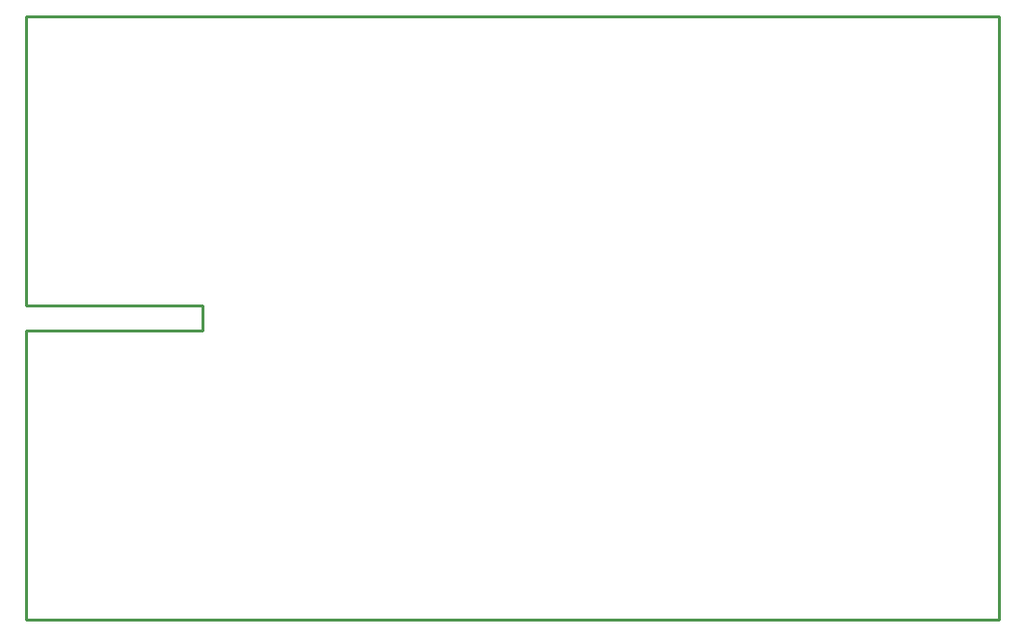
<source format=gko>
G04*
G04 #@! TF.GenerationSoftware,Altium Limited,Altium Designer,20.2.8 (258)*
G04*
G04 Layer_Color=16711935*
%FSLAX25Y25*%
%MOIN*%
G70*
G04*
G04 #@! TF.SameCoordinates,18C1B9BA-8449-4E8D-A104-6701744B7602*
G04*
G04*
G04 #@! TF.FilePolarity,Positive*
G04*
G01*
G75*
%ADD10C,0.01000*%
D10*
X61000Y100000D02*
Y108500D01*
X0Y0D02*
Y100000D01*
Y108500D02*
Y208500D01*
X336300D02*
X336300Y0D01*
X0Y100000D02*
X61000D01*
X0Y108500D02*
X61000D01*
X0Y0D02*
X336300D01*
X0Y208500D02*
X336300D01*
M02*

</source>
